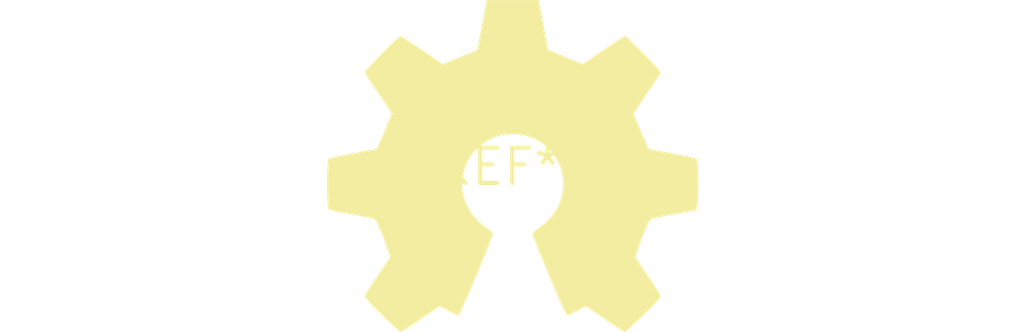
<source format=kicad_pcb>
(kicad_pcb (version 20240108) (generator pcbnew)
  (layers (0 "F.Cu" signal) (31 "B.Cu" signal) (34 "B.Paste" user) (35 "F.Paste" user) (36 "B.SilkS" user "B.Silkscreen") (37 "F.SilkS" user "F.Silkscreen") (38 "B.Mask" user) (39 "F.Mask" user) (44 "Edge.Cuts" user))
  (net 0 "")
  (footprint "OSHW-Symbol_13.4x12mm_SilkScreen" (layer "F.Cu") (at 0 0)
    (property "Reference" "REF**")
    (property "Value" "OSHW-Symbol_13.4x12mm_SilkScreen")
    (fp_poly (pts (xy 1.119803 -5.09936) (xy 1.288676 -4.203573) (xy 1.911796 -3.946702) (xy 2.534916 -3.689832) (xy 3.282453 -4.198151) (xy 3.491802 -4.339684) (xy 3.681043 -4.466055) (xy 3.841343 -4.571493) (xy 3.963874 -4.65023) (xy 4.039802 -4.696495) (xy 4.06048 -4.706471) (xy 4.097731 -4.680814) (xy 4.177332 -4.609885) (xy 4.290361 -4.502743) (xy 4.427895 -4.36845) (xy 4.581012 -4.216066) (xy 4.740789 -4.054653) (xy 4.898305 -3.89327) (xy 5.044637 -3.740978) (xy 5.170863 -3.606838) (xy 5.26806 -3.499911) (xy 5.327307 -3.429258) (xy 5.341471 -3.405612) (xy 5.321087 -3.362021) (xy 5.263941 -3.266519) (xy 5.176041 -3.12845) (xy 5.063396 -2.957155) (xy 4.932013 -2.761975) (xy 4.855882 -2.650648) (xy 4.717118 -2.447367) (xy 4.593811 -2.263927) (xy 4.491945 -2.109458) (xy 4.417501 -1.993091) (xy 4.376461 -1.923958) (xy 4.370294 -1.90943) (xy 4.384274 -1.86814) (xy 4.422382 -1.771908) (xy 4.478867 -1.634266) (xy 4.54798 -1.468742) (xy 4.62397 -1.288868) (xy 4.701089 -1.108172) (xy 4.773585 -0.940186) (xy 4.835709 -0.79844) (xy 4.881712 -0.696463) (xy 4.905843 -0.647786) (xy 4.907267 -0.64587) (xy 4.945158 -0.636575) (xy 5.046069 -0.61584) (xy 5.19954 -0.585702) (xy 5.395112 -0.548199) (xy 5.622325 -0.505371) (xy 5.754891 -0.480674) (xy 5.997679 -0.434447) (xy 6.216974 -0.39046) (xy 6.401681 -0.351119) (xy 6.540705 -0.318831) (xy 6.622952 -0.296003) (xy 6.639485 -0.28876) (xy 6.655678 -0.239739) (xy 6.668744 -0.129023) (xy 6.678691 0.030438) (xy 6.685528 0.2257) (xy 6.689264 0.443814) (xy 6.689907 0.671835) (xy 6.687468 0.896815) (xy 6.681953 1.105809) (xy 6.673374 1.285868) (xy 6.661737 1.424047) (xy 6.647052 1.507398) (xy 6.638245 1.52475) (xy 6.585599 1.545548) (xy 6.474043 1.575282) (xy 6.318335 1.610459) (xy 6.133229 1.647586) (xy 6.068613 1.659597) (xy 5.757071 1.716662) (xy 5.510976 1.762618) (xy 5.322195 1.799293) (xy 5.182598 1.828513) (xy 5.084052 1.852104) (xy 5.018426 1.871892) (xy 4.977589 1.889706) (xy 4.953409 1.90737) (xy 4.950026 1.910861) (xy 4.916255 1.9671) (xy 4.864737 2.076547) (xy 4.800617 2.2258) (xy 4.729039 2.401459) (xy 4.655146 2.590121) (xy 4.584083 2.778385) (xy 4.520993 2.952848) (xy 4.471021 3.100108) (xy 4.439312 3.206764) (xy 4.431008 3.259413) (xy 4.4317 3.261257) (xy 4.459836 3.304292) (xy 4.523665 3.398978) (xy 4.61648 3.53546) (xy 4.731573 3.703882) (xy 4.862237 3.89439) (xy 4.899448 3.948529) (xy 5.032129 4.144804) (xy 5.148883 4.323886) (xy 5.243349 4.475492) (xy 5.309168 4.589338) (xy 5.339978 4.655141) (xy 5.341471 4.663225) (xy 5.315584 4.705715) (xy 5.244054 4.789891) (xy 5.136076 4.906705) (xy 5.000846 5.04711) (xy 4.847558 5.202061) (xy 4.685409 5.362509) (xy 4.523593 5.519409) (xy 4.371306 5.663713) (xy 4.237743 5.786376) (xy 4.1321 5.87835) (xy 4.063572 5.930589) (xy 4.044614 5.939118) (xy 4.000487 5.919029) (xy 3.910142 5.864849) (xy 3.788295 5.785704) (xy 3.694546 5.722001) (xy 3.524678 5.60511) (xy 3.323512 5.467476) (xy 3.121733 5.330063) (xy 3.01325 5.256519) (xy 2.646058 5.008155) (xy 2.337826 5.174813) (xy 2.197404 5.247822) (xy 2.077996 5.304571) (xy 1.997202 5.336937) (xy 1.976636 5.341441) (xy 1.951906 5.308189) (xy 1.903118 5.214224) (xy 1.833913 5.068213) (xy 1.747935 4.878824) (xy 1.648824 4.654724) (xy 1.540224 4.404581) (xy 1.425775 4.137063) (xy 1.30912 3.860836) (xy 1.193901 3.584568) (xy 1.08376 3.316927) (xy 0.982339 3.06658) (xy 0.89328 2.842195) (xy 0.820225 2.652439) (xy 0.766816 2.50598) (xy 0.736695 2.411485) (xy 0.731851 2.379031) (xy 0.770245 2.337636) (xy 0.854308 2.270438) (xy 0.966467 2.1914) (xy 0.975881 2.185147) (xy 1.265768 1.953103) (xy 1.499512 1.682386) (xy 1.675087 1.381653) (xy 1.790469 1.059561) (xy 1.84363 0.724765) (xy 1.832547 0.385922) (xy 1.755192 0.051688) (xy 1.60954 -0.269281) (xy 1.566688 -0.339505) (xy 1.343802 -0.623073) (xy 1.080491 -0.850782) (xy 0.785865 -1.021449) (xy 0.469041 -1.133888) (xy 0.13913 -1.186917) (xy -0.194754 -1.179349) (xy -0.523497 -1.110002) (xy -0.837986 -0.977691) (xy -1.129107 -0.781232) (xy -1.21916 -0.701494) (xy -1.448347 -0.451892) (xy -1.615354 -0.189132) (xy -1.729915 0.105399) (xy -1.793719 0.397075) (xy -1.80947 0.725012) (xy -1.756949 1.054577) (xy -1.64149 1.37463) (xy -1.468429 1.674032) (xy -1.243101 1.941643) (xy -0.97084 2.166325) (xy -0.935058 2.190008) (xy -0.821698 2.267568) (xy -0.735522 2.334768) (xy -0.694323 2.377675) (xy -0.693724 2.379031) (xy -0.702569 2.425446) (xy -0.737631 2.530786) (xy -0.795267 2.686388) (xy -0.871834 2.883584) (xy -0.963686 3.11371) (xy -1.067183 3.368101) (xy -1.178679 3.63809) (xy -1.294532 3.915012) (xy -1.411097 4.190201) (xy -1.524733 4.454993) (xy -1.631794 4.700721) (xy -1.728638 4.918721) (xy -1.811621 5.100326) (xy -1.877099 5.236871) (xy -1.921431 5.31969) (xy -1.939283 5.341441) (xy -1.993834 5.324504) (xy -2.095905 5.279077) (xy -2.227895 5.21328) (xy -2.300474 5.174813) (xy -2.608705 5.008155) (xy -2.975897 5.256519) (xy -3.16334 5.383754) (xy -3.368557 5.523773) (xy -3.560867 5.655612) (xy -3.657193 5.722001) (xy -3.792673 5.812976) (xy -3.907393 5.885071) (xy -3.986388 5.929154) (xy -4.012046 5.938473) (xy -4.049391 5.913334) (xy -4.132042 5.843154) (xy -4.251985 5.73522) (xy -4.401209 5.596818) (xy -4.571699 5.435235) (xy -4.679526 5.331488) (xy -4.868172 5.146135) (xy -5.031205 4.980351) (xy -5.162032 4.841227) (xy -5.254065 4.735856) (xy -5.300713 4.671329) (xy -5.305188 4.658234) (xy -5.28442 4.608425) (xy -5.227031 4.507713) (xy -5.139387 4.366295) (xy -5.027854 4.194367) (xy -4.898797 4.002124) (xy -4.862096 3.948529) (xy -4.728368 3.753733) (xy -4.608393 3.578353) (xy -4.508879 3.432243) (xy -4.436533 3.325258) (xy -4.398064 3.267255) (xy -4.394347 3.261257) (xy -4.399905 3.215032) (xy -4.429407 3.113398) (xy -4.477709 2.969758) (xy -4.539667 2.797514) (xy -4.610137 2.610066) (xy -4.683975 2.420818) (xy -4.756037 2.243171) (xy -4.821178 2.090527) (xy -4.874255 1.976288) (xy -4.910123 1.913856) (xy -4.912673 1.910861) (xy -4.934606 1.893019) (xy -4.971652 1.875374) (xy -5.031941 1.856101) (xy -5.123604 1.833374) (xy -5.254774 1.805364) (xy -5.433582 1.770247) (xy -5.668158 1.726195) (xy -5.966635 1.671382) (xy -6.03126 1.659597) (xy -6.222794 1.622591) (xy -6.389769 1.586389) (xy -6.517432 1.554485) (xy -6.591024 1.530372) (xy -6.600892 1.52475) (xy -6.617153 1.47491) (xy -6.63037 1.363532) (xy -6.640536 1.203563) (xy -6.64764 1.00795) (xy -6.651674 0.78964) (xy -6.65263 0.561579) (xy -6.650498 0.336714) (xy -6.645269 0.127991) (xy -6.636935 -0.051642) (xy -6.625487 -0.189238) (xy -6.610916 -0.271852) (xy -6.602132 -0.28876) (xy -6.55323 -0.305816) (xy -6.441873 -0.333564) (xy -6.279156 -0.369597) (xy -6.076174 -0.411507) (xy -5.844021 -0.456889) (xy -5.717538 -0.480674) (xy -5.477555 -0.525535) (xy -5.263549 -0.566175) (xy -5.085978 -0.600554) (xy -4.955302 -0.626635) (xy -4.881982 -0.642379) (xy -4.869915 -0.64587) (xy -4.849519 -0.685221) (xy -4.806406 -0.780007) (xy -4.746321 -0.916685) (xy -4.675013 -1.081714) (xy -4.598227 -1.261553) (xy -4.52171 -1.44266) (xy -4.45121 -1.611493) (xy -4.392473 -1.754512) (xy -4.351246 -1.858174) (xy -4.333276 -1.908939) (xy -4.332941 -1.911158) (xy -4.353313 -1.951204) (xy -4.410427 -2.043361) (xy -4.498279 -2.178467) (xy -4.610867 -2.347365) (xy -4.742189 -2.540895) (xy -4.818529 -2.652059) (xy -4.957636 -2.855884) (xy -5.081188 -3.040937) (xy -5.183158 -3.197854) (xy -5.257517 -3.317276) (xy -5.298237 -3.38984) (xy -5.304118 -3.406107) (xy -5.278837 -3.44397) (xy -5.208948 -3.524814) (xy -5.103377 -3.639581) (xy -4.971052 -3.779215) (xy -4.820901 -3.934658) (xy -4.661852 -4.096854) (xy -4.502833 -4.256746) (xy -4.352771 -4.405276) (xy -4.220594 -4.533387) (xy -4.11523 -4.632023) (xy -4.045607 -4.692127) (xy -4.022315 -4.706471) (xy -3.98439 -4.686301) (xy -3.893683 -4.629637) (xy -3.759011 -4.542247) (xy -3.589195 -4.4299) (xy -3.393054 -4.298362) (xy -3.2451 -4.198151) (xy -2.497564 -3.689832) (xy -1.874444 -3.946702) (xy -1.251324 -4.203573) (xy -0.913576 -5.995147) (xy 0.950929 -5.995147) (xy 1.119803 -5.09936)) (layer "F.SilkS") (stroke (width 0.01)) (fill solid))
  )
)
</source>
